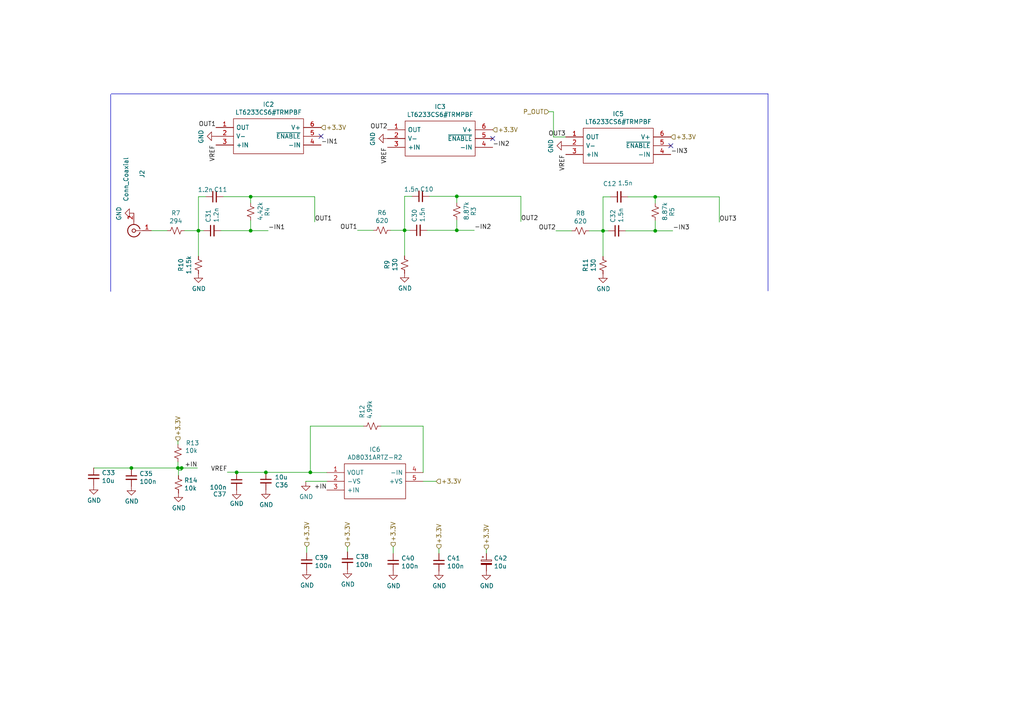
<source format=kicad_sch>
(kicad_sch (version 20201015) (generator eeschema)
  (paper "A4")
  (title_block (title "90 - 150KHz 40dB band pass pre-amp"))
  (lib_symbols
    (symbol "Connector:Conn_Coaxial" (pin_names (offset 1.016) hide)
      (property "Reference" "J" (at 0.254 3.048 0))
      (property "Value" "Conn_Coaxial" (at 2.921 0 90))
      (symbol "Conn_Coaxial_0_1"
        (arc (start -1.778 0.508) (end 1.778 0) (radius (at -0.0508 0) (length 1.8034) (angles 163.6 0)) (stroke (width 0.254)))
        (arc (start 1.778 0) (end -1.778 -0.508) (radius (at -0.0254 0) (length 1.8034) (angles 0 -163.8)) (stroke (width 0.254)))
        (circle (center 0 0) (radius 0.508) (stroke (width 0.2032)))
        (polyline (pts (xy -2.54 0) (xy -0.508 0)))
        (polyline (pts (xy 0 -2.54) (xy 0 -1.778)))
      )
      (symbol "Conn_Coaxial_1_1"
        (pin passive line (at -5.08 0 0) (length 2.54) (name "In") (number "1"))
        (pin passive line (at 0 -5.08 90) (length 2.54) (name "Ext") (number "2"))
      )
    )
    (symbol "Device:C_Polarized_Small" (pin_numbers hide) (pin_names (offset 0.254) hide)
      (property "Reference" "C" (at 0.254 1.778 0))
      (property "Value" "C_Polarized_Small" (at 0.254 -2.032 0))
      (symbol "C_Polarized_Small_0_1"
        (rectangle (start -1.524 -0.3048) (end 1.524 -0.6858) (fill (type outline)))
        (rectangle (start -1.524 0.6858) (end 1.524 0.3048))
        (polyline (pts (xy -1.27 1.524) (xy -0.762 1.524)))
        (polyline (pts (xy -1.016 1.27) (xy -1.016 1.778)))
      )
      (symbol "C_Polarized_Small_1_1"
        (pin passive line (at 0 2.54 270) (length 1.8542) (name "~") (number "1"))
        (pin passive line (at 0 -2.54 90) (length 1.8542) (name "~") (number "2"))
      )
    )
    (symbol "Device:C_Small" (pin_numbers hide) (pin_names (offset 0.254) hide)
      (property "Reference" "C" (at 0.254 1.778 0))
      (property "Value" "C_Small" (at 0.254 -2.032 0))
      (symbol "C_Small_0_1"
        (polyline (pts (xy -1.524 -0.508) (xy 1.524 -0.508)) (stroke (width 0.3302)))
        (polyline (pts (xy -1.524 0.508) (xy 1.524 0.508)) (stroke (width 0.3048)))
      )
      (symbol "C_Small_1_1"
        (pin passive line (at 0 2.54 270) (length 2.032) (name "~") (number "1"))
        (pin passive line (at 0 -2.54 90) (length 2.032) (name "~") (number "2"))
      )
    )
    (symbol "Device:R_Small_US" (pin_numbers hide) (pin_names (offset 0.254) hide)
      (property "Reference" "R" (at 0.762 0.508 0))
      (property "Value" "R_Small_US" (at 0.762 -1.016 0))
      (symbol "R_Small_US_1_1"
        (polyline (pts (xy 0 0) (xy 1.016 -0.381) (xy 0 -0.762) (xy -1.016 -1.143) (xy 0 -1.524)))
        (polyline (pts (xy 0 1.524) (xy 1.016 1.143) (xy 0 0.762) (xy -1.016 0.381) (xy 0 0)))
        (pin passive line (at 0 2.54 270) (length 1.016) (name "~") (number "1"))
        (pin passive line (at 0 -2.54 90) (length 1.016) (name "~") (number "2"))
      )
    )
    (symbol "SamacSys_Parts:AD8031ARTZ-R2" (pin_names (offset 0.762))
      (property "Reference" "IC" (at 24.13 7.62 0))
      (property "Value" "AD8031ARTZ-R2" (at 24.13 5.08 0))
      (symbol "AD8031ARTZ-R2_0_0"
        (pin passive line (at 0 0 0) (length 5.08) (name "VOUT") (number "1"))
        (pin passive line (at 0 -2.54 0) (length 5.08) (name "-VS") (number "2"))
        (pin passive line (at 0 -5.08 0) (length 5.08) (name "+IN") (number "3"))
        (pin passive line (at 27.94 0 180) (length 5.08) (name "-IN") (number "4"))
        (pin passive line (at 27.94 -2.54 180) (length 5.08) (name "+VS") (number "5"))
      )
      (symbol "AD8031ARTZ-R2_0_1"
        (polyline (pts (xy 5.08 2.54) (xy 22.86 2.54) (xy 22.86 -7.62) (xy 5.08 -7.62) (xy 5.08 2.54)) (stroke (width 0.1524)))
      )
    )
    (symbol "SamacSys_Parts:LT6233CS6#TRMPBF" (pin_names (offset 0.762))
      (property "Reference" "IC" (at 26.67 7.62 0))
      (property "Value" "LT6233CS6#TRMPBF" (at 26.67 5.08 0))
      (symbol "LT6233CS6#TRMPBF_0_0"
        (pin output line (at 0 0 0) (length 5.08) (name "OUT") (number "1"))
        (pin power_in line (at 0 -2.54 0) (length 5.08) (name "V-") (number "2"))
        (pin input line (at 0 -5.08 0) (length 5.08) (name "+IN") (number "3"))
        (pin input line (at 30.48 0 180) (length 5.08) (name "V+") (number "6"))
        (pin passive line (at 30.48 -2.54 180) (length 5.08) (name "~ENABLE") (number "5"))
        (pin power_in line (at 30.48 -5.08 180) (length 5.08) (name "-IN") (number "4"))
      )
      (symbol "LT6233CS6#TRMPBF_0_1"
        (polyline (pts (xy 5.08 2.54) (xy 25.4 2.54) (xy 25.4 -7.62) (xy 5.08 -7.62) (xy 5.08 2.54)) (stroke (width 0.1524)))
      )
    )
    (symbol "power:GND" (power) (pin_names (offset 0))
      (property "Value" "GND" (at 0 -3.81 0))
      (symbol "GND_0_1"
        (polyline (pts (xy 0 0) (xy 0 -1.27) (xy 1.27 -1.27) (xy 0 -2.54) (xy -1.27 -1.27) (xy 0 -1.27)))
      )
      (symbol "GND_1_1"
        (pin power_in line (at 0 0 270) (length 0) hide (name "GND") (number "1"))
      )
    )
  )
  (junction (at 38.1 135.7376) (diameter 0.9144))
  (junction (at 51.6128 135.7376) (diameter 0.9144))
  (junction (at 52.6796 135.7376) (diameter 0.9144))
  (junction (at 57.5564 66.9036) (diameter 0.9144))
  (junction (at 68.6308 137.0076) (diameter 0.9144))
  (junction (at 72.6948 57.0484) (diameter 0.9144))
  (junction (at 72.6948 66.9036) (diameter 0.9144))
  (junction (at 77.1144 137.0076) (diameter 0.9144))
  (junction (at 90.0176 137.0076) (diameter 0.9144))
  (junction (at 117.348 66.802) (diameter 0.9144))
  (junction (at 132.4864 56.9468) (diameter 0.9144))
  (junction (at 132.4864 66.802) (diameter 0.9144))
  (junction (at 174.9044 66.9544) (diameter 0.9144))
  (junction (at 190.0428 57.0992) (diameter 0.9144))
  (junction (at 190.0428 66.9544) (diameter 0.9144))
  (no_connect (at 142.9004 40.1828))
  (no_connect (at 194.564 42.2656))
  (no_connect (at 93.1164 39.5224))
  (wire (pts (xy 27.178 135.7376) (xy 38.1 135.7376)))
  (wire (pts (xy 38.1 135.7376) (xy 38.1 135.9916)))
  (wire (pts (xy 38.1 135.7376) (xy 51.6128 135.7376)))
  (wire (pts (xy 43.8912 66.9036) (xy 48.4632 66.9036)))
  (wire (pts (xy 51.6128 127.9652) (xy 51.6128 128.8796)))
  (wire (pts (xy 51.6128 133.9596) (xy 51.6128 135.7376)))
  (wire (pts (xy 51.6128 135.7376) (xy 52.6796 135.7376)))
  (wire (pts (xy 51.7652 136.398) (xy 52.6796 136.398)))
  (wire (pts (xy 51.7652 137.922) (xy 51.7652 136.398)))
  (wire (pts (xy 52.6796 135.7376) (xy 52.6796 136.398)))
  (wire (pts (xy 52.6796 135.7376) (xy 57.2516 135.7376)))
  (wire (pts (xy 53.5432 66.9036) (xy 57.5564 66.9036)))
  (wire (pts (xy 57.5564 57.0484) (xy 57.5564 66.9036)))
  (wire (pts (xy 57.5564 66.9036) (xy 57.5564 74.3204)))
  (wire (pts (xy 57.5564 66.9036) (xy 59.0296 66.9036)))
  (wire (pts (xy 59.69 57.0484) (xy 57.5564 57.0484)))
  (wire (pts (xy 64.1096 66.9036) (xy 72.6948 66.9036)))
  (wire (pts (xy 64.77 57.0484) (xy 72.6948 57.0484)))
  (wire (pts (xy 65.9384 136.9568) (xy 68.6308 136.9568)))
  (wire (pts (xy 68.6308 136.9568) (xy 68.6308 137.0076)))
  (wire (pts (xy 68.6308 137.0076) (xy 68.6308 137.1092)))
  (wire (pts (xy 68.6308 137.0076) (xy 77.1144 137.0076)))
  (wire (pts (xy 72.6948 58.8772) (xy 72.6948 57.0484)))
  (wire (pts (xy 72.6948 63.9572) (xy 72.6948 66.9036)))
  (wire (pts (xy 72.6948 66.9036) (xy 77.7748 66.9036)))
  (wire (pts (xy 77.1144 137.0076) (xy 90.0176 137.0076)))
  (wire (pts (xy 88.6968 139.5984) (xy 88.6968 139.7508)))
  (wire (pts (xy 88.9508 158.5976) (xy 89.0016 158.5976)))
  (wire (pts (xy 88.9508 160.3756) (xy 88.9508 158.5976)))
  (wire (pts (xy 90.0176 123.5964) (xy 90.0176 137.0076)))
  (wire (pts (xy 90.0176 137.0076) (xy 90.0176 137.0584)))
  (wire (pts (xy 90.0176 137.0584) (xy 94.7928 137.0584)))
  (wire (pts (xy 91.2876 57.0484) (xy 72.6948 57.0484)))
  (wire (pts (xy 91.2876 64.3636) (xy 91.2876 57.0484)))
  (wire (pts (xy 94.7928 139.5984) (xy 88.6968 139.5984)))
  (wire (pts (xy 100.7872 158.6484) (xy 100.7872 160.0708)))
  (wire (pts (xy 103.6828 66.802) (xy 108.2548 66.802)))
  (wire (pts (xy 105.41 123.5964) (xy 90.0176 123.5964)))
  (wire (pts (xy 113.3348 66.802) (xy 117.348 66.802)))
  (wire (pts (xy 114.046 158.5976) (xy 114.046 160.528)))
  (wire (pts (xy 117.348 56.9468) (xy 117.348 66.802)))
  (wire (pts (xy 117.348 66.802) (xy 117.348 74.2188)))
  (wire (pts (xy 117.348 66.802) (xy 118.8212 66.802)))
  (wire (pts (xy 119.4816 56.9468) (xy 117.348 56.9468)))
  (wire (pts (xy 122.7328 123.5964) (xy 110.49 123.5964)))
  (wire (pts (xy 122.7328 137.0584) (xy 122.7328 123.5964)))
  (wire (pts (xy 122.7328 139.5984) (xy 126.492 139.5984)))
  (wire (pts (xy 123.9012 66.802) (xy 132.4864 66.802)))
  (wire (pts (xy 124.5616 56.9468) (xy 132.4864 56.9468)))
  (wire (pts (xy 127.3048 159.2072) (xy 127.3048 160.528)))
  (wire (pts (xy 132.4864 58.7756) (xy 132.4864 56.9468)))
  (wire (pts (xy 132.4864 63.8556) (xy 132.4864 66.802)))
  (wire (pts (xy 132.4864 66.802) (xy 137.5664 66.802)))
  (wire (pts (xy 141.0716 159.3596) (xy 141.0716 160.528)))
  (wire (pts (xy 151.0792 56.9468) (xy 132.4864 56.9468)))
  (wire (pts (xy 151.0792 64.262) (xy 151.0792 56.9468)))
  (wire (pts (xy 159.2072 32.4104) (xy 160.528 32.4104)))
  (wire (pts (xy 160.528 39.7256) (xy 160.528 32.4104)))
  (wire (pts (xy 161.2392 66.9544) (xy 165.8112 66.9544)))
  (wire (pts (xy 164.084 39.7256) (xy 160.528 39.7256)))
  (wire (pts (xy 170.8912 66.9544) (xy 174.9044 66.9544)))
  (wire (pts (xy 174.9044 57.0992) (xy 174.9044 66.9544)))
  (wire (pts (xy 174.9044 66.9544) (xy 174.9044 74.3712)))
  (wire (pts (xy 174.9044 66.9544) (xy 176.3776 66.9544)))
  (wire (pts (xy 177.038 57.0992) (xy 174.9044 57.0992)))
  (wire (pts (xy 181.4576 66.9544) (xy 190.0428 66.9544)))
  (wire (pts (xy 182.118 57.0992) (xy 190.0428 57.0992)))
  (wire (pts (xy 190.0428 58.928) (xy 190.0428 57.0992)))
  (wire (pts (xy 190.0428 64.008) (xy 190.0428 66.9544)))
  (wire (pts (xy 190.0428 66.9544) (xy 195.1228 66.9544)))
  (wire (pts (xy 208.6356 57.0992) (xy 190.0428 57.0992)))
  (wire (pts (xy 208.6356 64.4144) (xy 208.6356 57.0992)))
  (polyline (pts (xy 32.1056 27.3812) (xy 32.1056 84.5312)) (stroke (width 0) (type solid)))
  (polyline (pts (xy 222.758 27.2288) (xy 32.258 27.2288)) (stroke (width 0) (type solid)))
  (polyline (pts (xy 222.758 84.3788) (xy 222.758 27.2288)) (stroke (width 0) (type solid)))
  (label "+IN" (at 57.2516 135.7376 180))
  (label "OUT1" (at 62.6364 36.9824 180))
  (label "VREF" (at 62.6364 42.0624 270))
  (label "VREF" (at 65.9384 136.9568 180))
  (label "-IN1" (at 77.7748 66.9036 0))
  (label "OUT1" (at 91.2876 64.3636 0))
  (label "-IN1" (at 93.1164 42.0624 0))
  (label "+IN" (at 94.7928 142.1384 180))
  (label "OUT1" (at 103.6828 66.802 180))
  (label "OUT2" (at 112.4204 37.6428 180))
  (label "VREF" (at 112.4204 42.7228 270))
  (label "-IN2" (at 137.5664 66.802 0))
  (label "-IN2" (at 142.9004 42.7228 0))
  (label "OUT2" (at 151.0792 64.262 0))
  (label "OUT2" (at 161.2392 66.9544 180))
  (label "OUT3" (at 164.084 39.7256 180))
  (label "VREF" (at 164.084 44.8056 270))
  (label "-IN3" (at 194.564 44.8056 0))
  (label "-IN3" (at 195.1228 66.9544 0))
  (label "OUT3" (at 208.6356 64.4144 0))
  (hierarchical_label "+3.3V" (shape input) (at 51.6128 127.9652 90))
  (hierarchical_label "+3.3V" (shape input) (at 89.0016 158.5976 90))
  (hierarchical_label "+3.3V" (shape input) (at 93.1164 36.9824 0))
  (hierarchical_label "+3.3V" (shape input) (at 100.7872 158.6484 90))
  (hierarchical_label "+3.3V" (shape input) (at 114.046 158.5976 90))
  (hierarchical_label "+3.3V" (shape input) (at 126.492 139.5984 0))
  (hierarchical_label "+3.3V" (shape input) (at 127.3048 159.2072 90))
  (hierarchical_label "+3.3V" (shape input) (at 141.0716 159.3596 90))
  (hierarchical_label "+3.3V" (shape input) (at 142.9004 37.6428 0))
  (hierarchical_label "P_OUT" (shape input) (at 159.2072 32.4104 180))
  (hierarchical_label "+3.3V" (shape input) (at 194.564 39.7256 0))
  (symbol (lib_id "power:GND") (at 27.178 140.8176 0) (unit 1)
    (property "Reference" "#PWR037" (effects hide))
    (property "Value" "GND" (at 27.2923 145.142 0))
  )
  (symbol (lib_id "power:GND") (at 38.1 141.0716 0) (unit 1)
    (property "Reference" "#PWR039" (effects hide))
    (property "Value" "GND" (at 38.2143 145.396 0))
  )
  (symbol (lib_id "power:GND") (at 38.8112 61.8236 270) (unit 1)
    (property "Reference" "#PWR030" (effects hide))
    (property "Value" "GND" (at 34.4868 61.9379 0))
  )
  (symbol (lib_id "power:GND") (at 51.7652 143.002 0) (unit 1)
    (property "Reference" "#PWR042" (effects hide))
    (property "Value" "GND" (at 51.8795 147.3264 0))
  )
  (symbol (lib_id "power:GND") (at 57.5564 79.4004 0) (unit 1)
    (property "Reference" "#PWR034" (effects hide))
    (property "Value" "GND" (at 57.6707 83.7248 0))
  )
  (symbol (lib_id "power:GND") (at 62.6364 39.5224 270) (unit 1)
    (property "Reference" "#PWR020" (effects hide))
    (property "Value" "GND" (at 58.312 39.6367 0))
  )
  (symbol (lib_id "power:GND") (at 68.6308 142.1892 0) (unit 1)
    (property "Reference" "#PWR041" (effects hide))
    (property "Value" "GND" (at 68.6435 146.0564 0))
  )
  (symbol (lib_id "power:GND") (at 77.1144 142.0876 0) (unit 1)
    (property "Reference" "#PWR040" (effects hide))
    (property "Value" "GND" (at 77.2287 146.412 0))
  )
  (symbol (lib_id "power:GND") (at 88.6968 139.7508 0) (unit 1)
    (property "Reference" "#PWR036" (effects hide))
    (property "Value" "GND" (at 88.8111 144.0752 0))
  )
  (symbol (lib_id "power:GND") (at 88.9508 165.4556 0) (unit 1)
    (property "Reference" "#PWR044" (effects hide))
    (property "Value" "GND" (at 89.0651 169.78 0))
  )
  (symbol (lib_id "power:GND") (at 100.7872 165.1508 0) (unit 1)
    (property "Reference" "#PWR043" (effects hide))
    (property "Value" "GND" (at 100.9015 169.4752 0))
  )
  (symbol (lib_id "power:GND") (at 112.4204 40.1828 270) (unit 1)
    (property "Reference" "#PWR021" (effects hide))
    (property "Value" "GND" (at 108.096 40.2971 0))
  )
  (symbol (lib_id "power:GND") (at 114.046 165.608 0) (unit 1)
    (property "Reference" "#PWR045" (effects hide))
    (property "Value" "GND" (at 114.1603 169.9324 0))
  )
  (symbol (lib_id "power:GND") (at 117.348 79.2988 0) (unit 1)
    (property "Reference" "#PWR031" (effects hide))
    (property "Value" "GND" (at 117.4623 83.6232 0))
  )
  (symbol (lib_id "power:GND") (at 127.3048 165.608 0) (unit 1)
    (property "Reference" "#PWR046" (effects hide))
    (property "Value" "GND" (at 127.4191 169.9324 0))
  )
  (symbol (lib_id "power:GND") (at 141.0716 165.608 0) (unit 1)
    (property "Reference" "#PWR047" (effects hide))
    (property "Value" "GND" (at 141.1859 169.9324 0))
  )
  (symbol (lib_id "power:GND") (at 164.084 42.2656 270) (unit 1)
    (property "Reference" "#PWR022" (effects hide))
    (property "Value" "GND" (at 159.7596 42.3799 0))
  )
  (symbol (lib_id "power:GND") (at 174.9044 79.4512 0) (unit 1)
    (property "Reference" "#PWR035" (effects hide))
    (property "Value" "GND" (at 175.0187 83.7756 0))
  )
  (symbol (lib_id "Device:R_Small_US") (at 51.0032 66.9036 90) (unit 1)
    (property "Reference" "R7" (at 51.0032 61.8044 90))
    (property "Value" "294" (at 51.003 64.1032 90))
    (property "Footprint" "Resistor_SMD:R_0402_1005Metric" (effects hide))
    (property "LCSC Part #" "C270618" (effects hide))
  )
  (symbol (lib_id "Device:R_Small_US") (at 51.6128 131.4196 0) (unit 1)
    (property "Reference" "R13" (at 53.8735 128.4922 0) (effects (justify left)))
    (property "Value" "10k" (at 53.6702 130.6888 0) (effects (justify left)))
    (property "Footprint" "Resistor_SMD:R_0603_1608Metric" (effects hide))
    (property "LCSC Part #" "C25804" (effects hide))
  )
  (symbol (lib_id "Device:R_Small_US") (at 51.7652 140.462 0) (unit 1)
    (property "Reference" "R14" (at 53.4163 139.3126 0) (effects (justify left)))
    (property "Value" "10k" (at 53.4166 141.611 0) (effects (justify left)))
    (property "Footprint" "Resistor_SMD:R_0603_1608Metric" (effects hide))
    (property "LCSC Part #" "C25804" (effects hide))
  )
  (symbol (lib_id "Device:R_Small_US") (at 57.5564 76.8604 180) (unit 1)
    (property "Reference" "R10" (at 52.4572 76.8604 90))
    (property "Value" "1.15k" (at 54.756 76.8608 90))
    (property "Footprint" "Resistor_SMD:R_0402_1005Metric" (effects hide))
    (property "LCSC Part #" " C29401" (effects hide))
  )
  (symbol (lib_id "Device:R_Small_US") (at 72.6948 61.4172 180) (unit 1)
    (property "Reference" "R4" (at 77.5524 61.4172 90))
    (property "Value" "4.42k" (at 75.4826 61.2652 90))
    (property "Footprint" "Resistor_SMD:R_0402_1005Metric" (effects hide))
    (property "LCSC Part #" "C52269" (effects hide))
  )
  (symbol (lib_id "Device:R_Small_US") (at 107.95 123.5964 90) (unit 1)
    (property "Reference" "R12" (at 105.0226 121.3357 0) (effects (justify left)))
    (property "Value" "4.99k" (at 107.2194 121.5394 0) (effects (justify left)))
    (property "Footprint" "Resistor_SMD:R_0603_1608Metric" (effects hide))
    (property "LCSC Part #" " C23046" (effects hide))
  )
  (symbol (lib_id "Device:R_Small_US") (at 110.7948 66.802 90) (unit 1)
    (property "Reference" "R6" (at 110.7948 61.7028 90))
    (property "Value" "620" (at 110.7948 64.0018 90))
    (property "Footprint" "Resistor_SMD:R_0402_1005Metric" (effects hide))
    (property "LCSC Part #" "C4961" (effects hide))
  )
  (symbol (lib_id "Device:R_Small_US") (at 117.348 76.7588 180) (unit 1)
    (property "Reference" "R9" (at 112.2488 76.7588 90))
    (property "Value" "130" (at 114.548 76.759 90))
    (property "Footprint" "Resistor_SMD:R_0402_1005Metric" (effects hide))
    (property "LCSC Part #" " C270649" (effects hide))
  )
  (symbol (lib_id "Device:R_Small_US") (at 132.4864 61.3156 180) (unit 1)
    (property "Reference" "R3" (at 137.344 61.3156 90))
    (property "Value" "8.87k" (at 135.2738 61.164 90))
    (property "Footprint" "Resistor_SMD:R_0402_1005Metric" (effects hide))
    (property "LCSC Part #" "C36953" (effects hide))
  )
  (symbol (lib_id "Device:R_Small_US") (at 168.3512 66.9544 90) (unit 1)
    (property "Reference" "R8" (at 168.3512 61.8552 90))
    (property "Value" "620" (at 168.3506 64.1536 90))
    (property "Footprint" "Resistor_SMD:R_0402_1005Metric" (effects hide))
    (property "LCSC Part #" "C4961" (effects hide))
  )
  (symbol (lib_id "Device:R_Small_US") (at 174.9044 76.9112 180) (unit 1)
    (property "Reference" "R11" (at 169.8052 76.9112 90))
    (property "Value" "130" (at 172.1038 76.912 90))
    (property "Footprint" "Resistor_SMD:R_0402_1005Metric" (effects hide))
    (property "LCSC Part #" " C270649" (effects hide))
  )
  (symbol (lib_id "Device:R_Small_US") (at 190.0428 61.468 180) (unit 1)
    (property "Reference" "R5" (at 194.9004 61.468 90))
    (property "Value" "8.87k" (at 192.8306 61.316 90))
    (property "Footprint" "Resistor_SMD:R_0402_1005Metric" (effects hide))
    (property "LCSC Part #" "C36953" (effects hide))
  )
  (symbol (lib_id "Device:C_Polarized_Small") (at 141.0716 163.068 0) (unit 1)
    (property "Reference" "C42" (at 143.2307 161.9186 0) (effects (justify left)))
    (property "Value" "10u" (at 143.23 164.217 0) (effects (justify left)))
    (property "Footprint" "Capacitor_Tantalum_SMD:CP_EIA-3216-18_Kemet-A" (effects hide))
    (property "LCSC Part #" "c7171" (effects hide))
  )
  (symbol (lib_id "Device:C_Small") (at 27.178 138.2776 0) (unit 1)
    (property "Reference" "C33" (at 29.5022 137.1282 0) (effects (justify left)))
    (property "Value" "10u" (at 29.502 139.4272 0) (effects (justify left)))
    (property "Footprint" "Capacitor_SMD:C_0603_1608Metric" (effects hide))
    (property "LCSC Part #" "C19702" (effects hide))
  )
  (symbol (lib_id "Device:C_Small") (at 38.1 138.5316 0) (unit 1)
    (property "Reference" "C35" (at 40.4242 137.3822 0) (effects (justify left)))
    (property "Value" "100n" (at 40.424 139.6804 0) (effects (justify left)))
    (property "Footprint" "Capacitor_SMD:C_0603_1608Metric" (effects hide))
    (property "LCSC Part #" "C14663" (effects hide))
  )
  (symbol (lib_id "Device:C_Small") (at 61.5696 66.9036 90) (unit 1)
    (property "Reference" "C31" (at 60.4202 64.5794 0) (effects (justify left)))
    (property "Value" "1.2n" (at 62.7182 64.5792 0) (effects (justify left)))
    (property "Footprint" "Capacitor_SMD:C_0402_1005Metric" (effects hide))
    (property "LCSC Part #" "C16529" (effects hide))
  )
  (symbol (lib_id "Device:C_Small") (at 62.23 57.0484 90) (unit 1)
    (property "Reference" "C11" (at 65.9574 54.9782 90) (effects (justify left)))
    (property "Value" "1.2n" (at 61.7534 55.0296 90) (effects (justify left)))
    (property "Footprint" "Capacitor_SMD:C_0402_1005Metric" (effects hide))
    (property "LCSC Part #" "C16529" (effects hide))
  )
  (symbol (lib_id "Device:C_Small") (at 68.6308 139.6492 0) (unit 1)
    (property "Reference" "C37" (at 61.7602 143.3258 0) (effects (justify left)))
    (property "Value" "100n" (at 60.7954 141.357 0) (effects (justify left)))
    (property "Footprint" "Capacitor_SMD:C_0603_1608Metric" (effects hide))
    (property "LCSC Part #" "C14663" (effects hide))
  )
  (symbol (lib_id "Device:C_Small") (at 77.1144 139.5476 0) (unit 1)
    (property "Reference" "C36" (at 79.7434 140.6842 0) (effects (justify left)))
    (property "Value" "10u" (at 79.6926 138.4112 0) (effects (justify left)))
    (property "Footprint" "Capacitor_SMD:C_0603_1608Metric" (effects hide))
    (property "LCSC Part #" "C19702" (effects hide))
  )
  (symbol (lib_id "Device:C_Small") (at 88.9508 162.9156 0) (unit 1)
    (property "Reference" "C39" (at 91.275 161.7662 0) (effects (justify left)))
    (property "Value" "100n" (at 91.2746 164.0648 0) (effects (justify left)))
    (property "Footprint" "Capacitor_SMD:C_0603_1608Metric" (effects hide))
    (property "LCSC Part #" "C14663" (effects hide))
  )
  (symbol (lib_id "Device:C_Small") (at 100.7872 162.6108 0) (unit 1)
    (property "Reference" "C38" (at 103.1114 161.4614 0) (effects (justify left)))
    (property "Value" "100n" (at 103.111 163.7596 0) (effects (justify left)))
    (property "Footprint" "Capacitor_SMD:C_0603_1608Metric" (effects hide))
    (property "LCSC Part #" "C14663" (effects hide))
  )
  (symbol (lib_id "Device:C_Small") (at 114.046 163.068 0) (unit 1)
    (property "Reference" "C40" (at 116.3702 161.9186 0) (effects (justify left)))
    (property "Value" "100n" (at 116.37 164.217 0) (effects (justify left)))
    (property "Footprint" "Capacitor_SMD:C_0603_1608Metric" (effects hide))
    (property "LCSC Part #" "C14663" (effects hide))
  )
  (symbol (lib_id "Device:C_Small") (at 121.3612 66.802 90) (unit 1)
    (property "Reference" "C30" (at 120.2118 64.4778 0) (effects (justify left)))
    (property "Value" "1.5n" (at 122.5102 64.4772 0) (effects (justify left)))
    (property "Footprint" "Capacitor_SMD:C_0402_1005Metric" (effects hide))
    (property "LCSC Part #" "C23967" (effects hide))
  )
  (symbol (lib_id "Device:C_Small") (at 122.0216 56.9468 90) (unit 1)
    (property "Reference" "C10" (at 125.749 54.8766 90) (effects (justify left)))
    (property "Value" "1.5n" (at 121.5454 54.9284 90) (effects (justify left)))
    (property "Footprint" "Capacitor_SMD:C_0402_1005Metric" (effects hide))
    (property "LCSC Part #" "C23967" (effects hide))
  )
  (symbol (lib_id "Device:C_Small") (at 127.3048 163.068 0) (unit 1)
    (property "Reference" "C41" (at 129.629 161.9186 0) (effects (justify left)))
    (property "Value" "100n" (at 129.629 164.217 0) (effects (justify left)))
    (property "Footprint" "Capacitor_SMD:C_0603_1608Metric" (effects hide))
    (property "LCSC Part #" "C14663" (effects hide))
  )
  (symbol (lib_id "Device:C_Small") (at 178.9176 66.9544 90) (unit 1)
    (property "Reference" "C32" (at 177.7682 64.6302 0) (effects (justify left)))
    (property "Value" "1.5n" (at 180.066 64.63 0) (effects (justify left)))
    (property "Footprint" "Capacitor_SMD:C_0402_1005Metric" (effects hide))
    (property "LCSC Part #" "C23967" (effects hide))
  )
  (symbol (lib_id "Device:C_Small") (at 179.578 57.0992 90) (unit 1)
    (property "Reference" "C12" (at 178.7842 53.3018 90) (effects (justify left)))
    (property "Value" "1.5n" (at 183.5716 53.099 90) (effects (justify left)))
    (property "Footprint" "Capacitor_SMD:C_0402_1005Metric" (effects hide))
    (property "LCSC Part #" "C23967" (effects hide))
  )
  (symbol (lib_id "Connector:Conn_Coaxial") (at 38.8112 66.9036 180) (unit 1)
    (property "Reference" "J2" (at 41.2306 49.2507 90) (effects (justify left)))
    (property "Value" "Conn_Coaxial" (at 36.5443 45.5423 90) (effects (justify left)))
    (property "Footprint" "Connector_Coaxial:SMA_Wurth_60312002114503_Vertical" (effects hide))
    (property "Datasheet" " ~" (effects hide))
  )
  (symbol (lib_id "SamacSys_Parts:AD8031ARTZ-R2") (at 94.7928 137.0584 0) (unit 1)
    (property "Reference" "IC6" (at 108.7628 130.359 0))
    (property "Value" "AD8031ARTZ-R2" (at 108.7628 132.6577 0))
    (property "Footprint" "SamacSys_Parts:SOT95P280X145-5N" (effects hide))
    (property "Datasheet" "https://www.analog.com/media/en/technical-documentation/data-sheets/AD8031_8032.pdf" (effects hide))
    (property "Description" "Operational Amplifiers - Op Amps SOT23 SINGLE LOW POWER OP AMP 2.7 V, 800 uA, 80 MHz Rail-to-Rail I/O Amplifiers" (effects hide))
    (property "Height" "1.45" (effects hide))
    (property "Manufacturer_Name" "Analog Devices" (effects hide))
    (property "Manufacturer_Part_Number" "AD8031ARTZ-R2" (effects hide))
    (property "Mouser Part Number" "584-AD8031ARTZ-R2" (effects hide))
    (property "Mouser Price/Stock" "https://www.mouser.co.uk/ProductDetail/Analog-Devices/AD8031ARTZ-R2/?qs=Lds8L0UsNW6xZEKTQ5Dviw%3D%3D" (effects hide))
    (property "Arrow Part Number" "AD8031ARTZ-R2" (effects hide))
    (property "Arrow Price/Stock" "https://www.arrow.com/en/products/ad8031artz-r2/analog-devices" (effects hide))
  )
  (symbol (lib_id "SamacSys_Parts:LT6233CS6#TRMPBF") (at 62.6364 36.9824 0) (unit 1)
    (property "Reference" "IC2" (at 77.8764 30.283 0))
    (property "Value" "LT6233CS6#TRMPBF" (at 77.8764 32.5817 0))
    (property "Footprint" "SamacSys_Parts:SOT95P280X100-6N" (effects hide))
    (property "Datasheet" "http://docs-emea.rs-online.com/webdocs/05b0/0900766b805b0ba4.pdf" (effects hide))
    (property "Description" "LT6233 60MHz LP SOT23 op amp Linear Technology LT6233CS6#TRMPBF Operational Amplifier, 55MHz Rail-Rail, 12 V, 5 V, 9 V, 6-Pin TSOT-23" (effects hide))
    (property "Height" "1" (effects hide))
    (property "Manufacturer_Name" "Linear Technology" (effects hide))
    (property "Manufacturer_Part_Number" "LT6233CS6#TRMPBF" (effects hide))
    (property "Mouser Part Number" "584-LT6233CS6#TRMPBF" (effects hide))
    (property "Mouser Price/Stock" "https://www.mouser.co.uk/ProductDetail/Analog-Devices-Linear-Technology/LT6233CS6TRMPBF?qs=hVkxg5c3xu%2FNXBOvYLz9Ig%3D%3D" (effects hide))
  )
  (symbol (lib_id "SamacSys_Parts:LT6233CS6#TRMPBF") (at 112.4204 37.6428 0) (unit 1)
    (property "Reference" "IC3" (at 127.6604 30.9434 0))
    (property "Value" "LT6233CS6#TRMPBF" (at 127.6604 33.2421 0))
    (property "Footprint" "SamacSys_Parts:SOT95P280X100-6N" (effects hide))
    (property "Datasheet" "http://docs-emea.rs-online.com/webdocs/05b0/0900766b805b0ba4.pdf" (effects hide))
    (property "Description" "LT6233 60MHz LP SOT23 op amp Linear Technology LT6233CS6#TRMPBF Operational Amplifier, 55MHz Rail-Rail, 12 V, 5 V, 9 V, 6-Pin TSOT-23" (effects hide))
    (property "Height" "1" (effects hide))
    (property "Manufacturer_Name" "Linear Technology" (effects hide))
    (property "Manufacturer_Part_Number" "LT6233CS6#TRMPBF" (effects hide))
    (property "Mouser Part Number" "584-LT6233CS6#TRMPBF" (effects hide))
    (property "Mouser Price/Stock" "https://www.mouser.co.uk/ProductDetail/Analog-Devices-Linear-Technology/LT6233CS6TRMPBF?qs=hVkxg5c3xu%2FNXBOvYLz9Ig%3D%3D" (effects hide))
  )
  (symbol (lib_id "SamacSys_Parts:LT6233CS6#TRMPBF") (at 164.084 39.7256 0) (unit 1)
    (property "Reference" "IC5" (at 179.324 33.0262 0))
    (property "Value" "LT6233CS6#TRMPBF" (at 179.324 35.3249 0))
    (property "Footprint" "SamacSys_Parts:SOT95P280X100-6N" (effects hide))
    (property "Datasheet" "http://docs-emea.rs-online.com/webdocs/05b0/0900766b805b0ba4.pdf" (effects hide))
    (property "Description" "LT6233 60MHz LP SOT23 op amp Linear Technology LT6233CS6#TRMPBF Operational Amplifier, 55MHz Rail-Rail, 12 V, 5 V, 9 V, 6-Pin TSOT-23" (effects hide))
    (property "Height" "1" (effects hide))
    (property "Manufacturer_Name" "Linear Technology" (effects hide))
    (property "Manufacturer_Part_Number" "LT6233CS6#TRMPBF" (effects hide))
    (property "Mouser Part Number" "584-LT6233CS6#TRMPBF" (effects hide))
    (property "Mouser Price/Stock" "https://www.mouser.co.uk/ProductDetail/Analog-Devices-Linear-Technology/LT6233CS6TRMPBF?qs=hVkxg5c3xu%2FNXBOvYLz9Ig%3D%3D" (effects hide))
  )
)
</source>
